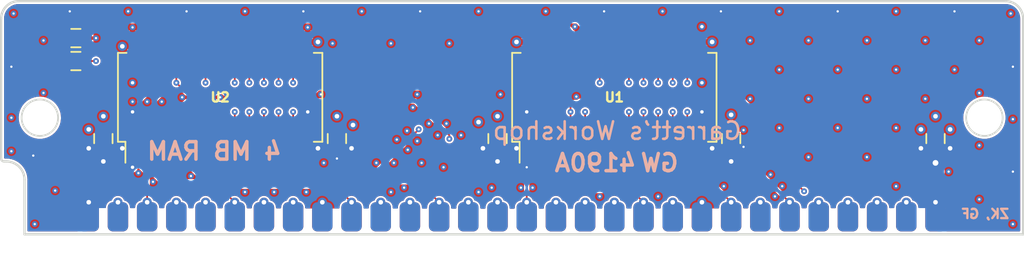
<source format=kicad_pcb>
(kicad_pcb (version 20211014) (generator pcbnew)
  (title_block (title "GW4190A") (date "2021-06-19") (rev "2.0-SOP") (company "Garrett's Workshop"))
  (layers (0 "F.Cu" signal) (1 "In1.Cu" power) (2 "In2.Cu" signal) (31 "B.Cu" power) (34 "B.Paste" user) (35 "F.Paste" user) (36 "B.SilkS" user "B.Silkscreen") (37 "F.SilkS" user "F.Silkscreen") (38 "B.Mask" user) (39 "F.Mask" user) (44 "Edge.Cuts" user))
  (net 0 "")
  (net 1 "+5V")
  (net 2 "/D0")
  (net 3 "/D1")
  (net 4 "/~{WE}")
  (net 5 "/~{RAS}")
  (net 6 "/~{CAS}")
  (net 7 "/D2")
  (net 8 "/D3")
  (net 9 "GND")
  (net 10 "/D4")
  (net 11 "/D5")
  (net 12 "/D6")
  (net 13 "/A11")
  (net 14 "/D7")
  (net 15 "/QP")
  (net 16 "/~{CASP}")
  (net 17 "/DP")
  (net 18 "/1A0")
  (net 19 "/1A1")
  (net 20 "/1A2")
  (net 21 "/1A3")
  (net 22 "/1A4")
  (net 23 "/1A5")
  (net 24 "/1A6")
  (net 25 "/1A7")
  (net 26 "/1A8")
  (net 27 "/1A10")
  (net 28 "/1A9")
  (net 29 "/~{OE}")
  (footprint "stdpads:C_0805" (layer "F.Cu") (at 85.09 93.257 90)
    (fp_text reference "C1")
    (fp_text value "2u2")
    (pad "1" smd roundrect locked (at -0.85 0 90) (size 1.05 1.4) (layers "F.Cu" "F.Paste" "F.Mask") (net 1 "+5V"))
    (pad "2" smd roundrect locked (at 0.85 0 90) (size 1.05 1.4) (layers "F.Cu" "F.Paste" "F.Mask") (net 9 "GND"))
  )
  (footprint "stdpads:C_0805" (layer "F.Cu") (at 105.41 93.257 90)
    (fp_text reference "C2")
    (fp_text value "2u2")
    (pad "1" smd roundrect locked (at -0.85 0 90) (size 1.05 1.4) (layers "F.Cu" "F.Paste" "F.Mask") (net 1 "+5V"))
    (pad "2" smd roundrect locked (at 0.85 0 90) (size 1.05 1.4) (layers "F.Cu" "F.Paste" "F.Mask") (net 9 "GND"))
  )
  (footprint "stdpads:C_0805" (layer "F.Cu") (at 119.38 93.257 90)
    (fp_text reference "C3")
    (fp_text value "2u2")
    (pad "1" smd roundrect locked (at -0.85 0 90) (size 1.05 1.4) (layers "F.Cu" "F.Paste" "F.Mask") (net 1 "+5V"))
    (pad "2" smd roundrect locked (at 0.85 0 90) (size 1.05 1.4) (layers "F.Cu" "F.Paste" "F.Mask") (net 9 "GND"))
  )
  (footprint "stdpads:C_0805" (layer "F.Cu") (at 139.7 93.257 90)
    (fp_text reference "C4")
    (fp_text value "2u2")
    (pad "1" smd roundrect locked (at -0.85 0 90) (size 1.05 1.4) (layers "F.Cu" "F.Paste" "F.Mask") (net 1 "+5V"))
    (pad "2" smd roundrect locked (at 0.85 0 90) (size 1.05 1.4) (layers "F.Cu" "F.Paste" "F.Mask") (net 9 "GND"))
  )
  (footprint "stdpads:C_0805" (layer "F.Cu") (at 157.48 93.257 90)
    (fp_text reference "C5")
    (fp_text value "2u2")
    (pad "1" smd roundrect locked (at -0.85 0 90) (size 1.05 1.4) (layers "F.Cu" "F.Paste" "F.Mask") (net 1 "+5V"))
    (pad "2" smd roundrect locked (at 0.85 0 90) (size 1.05 1.4) (layers "F.Cu" "F.Paste" "F.Mask") (net 9 "GND"))
  )
  (footprint "stdpads:SIMM-30_Edge" (layer "F.Cu") (at 120.65 99.822)
    (fp_text reference "J1")
    (fp_text value "DRAM-SIMM-30")
    (pad "1" smd roundrect locked (at -36.83 0.254) (size 1.778 2.54) (layers "F.Cu" "F.Mask") (net 1 "+5V"))
    (pad "1" smd roundrect locked (at -36.83 0.254) (size 1.778 2.54) (layers "B.Cu" "B.Mask") (net 1 "+5V"))
    (pad "1" thru_hole circle locked (at -36.83 -1.016) (size 0.8 0.8) (drill 0.4) (layers *.Cu *.Mask) (net 1 "+5V"))
    (pad "2" smd roundrect locked (at -34.29 0.254) (size 1.778 2.54) (layers "B.Cu" "B.Mask") (net 6 "/~{CAS}"))
    (pad "2" smd roundrect locked (at -34.29 0.254) (size 1.778 2.54) (layers "F.Cu" "F.Mask") (net 6 "/~{CAS}"))
    (pad "2" thru_hole circle locked (at -34.29 -1.016) (size 0.8 0.8) (drill 0.4) (layers *.Cu *.Mask) (net 6 "/~{CAS}"))
    (pad "3" smd roundrect locked (at -31.75 0.254) (size 1.778 2.54) (layers "F.Cu" "F.Mask") (net 2 "/D0"))
    (pad "3" thru_hole circle locked (at -31.75 -1.016) (size 0.8 0.8) (drill 0.4) (layers *.Cu *.Mask) (net 2 "/D0"))
    (pad "3" smd roundrect locked (at -31.75 0.254) (size 1.778 2.54) (layers "B.Cu" "B.Mask") (net 2 "/D0"))
    (pad "4" thru_hole circle locked (at -29.21 -1.016) (size 0.8 0.8) (drill 0.4) (layers *.Cu *.Mask) (net 22 "/1A4"))
    (pad "4" smd roundrect locked (at -29.21 0.254) (size 1.778 2.54) (layers "B.Cu" "B.Mask") (net 22 "/1A4"))
    (pad "4" smd roundrect locked (at -29.21 0.254) (size 1.778 2.54) (layers "F.Cu" "F.Mask") (net 22 "/1A4"))
    (pad "5" smd roundrect locked (at -26.67 0.254) (size 1.778 2.54) (layers "B.Cu" "B.Mask") (net 21 "/1A3"))
    (pad "5" thru_hole circle locked (at -26.67 -1.016) (size 0.8 0.8) (drill 0.4) (layers *.Cu *.Mask) (net 21 "/1A3"))
    (pad "5" smd roundrect locked (at -26.67 0.254) (size 1.778 2.54) (layers "F.Cu" "F.Mask") (net 21 "/1A3"))
    (pad "6" thru_hole circle locked (at -24.13 -1.016) (size 0.8 0.8) (drill 0.4) (layers *.Cu *.Mask) (net 3 "/D1"))
    (pad "6" smd roundrect locked (at -24.13 0.254) (size 1.778 2.54) (layers "F.Cu" "F.Mask") (net 3 "/D1"))
    (pad "6" smd roundrect locked (at -24.13 0.254) (size 1.778 2.54) (layers "B.Cu" "B.Mask") (net 3 "/D1"))
    (pad "7" smd roundrect locked (at -21.59 0.254) (size 1.778 2.54) (layers "F.Cu" "F.Mask") (net 23 "/1A5"))
    (pad "7" thru_hole circle locked (at -21.59 -1.016) (size 0.8 0.8) (drill 0.4) (layers *.Cu *.Mask) (net 23 "/1A5"))
    (pad "7" smd roundrect locked (at -21.59 0.254) (size 1.778 2.54) (layers "B.Cu" "B.Mask") (net 23 "/1A5"))
    (pad "8" smd roundrect locked (at -19.05 0.254) (size 1.778 2.54) (layers "B.Cu" "B.Mask") (net 20 "/1A2"))
    (pad "8" thru_hole circle locked (at -19.05 -1.016) (size 0.8 0.8) (drill 0.4) (layers *.Cu *.Mask) (net 20 "/1A2"))
    (pad "8" smd roundrect locked (at -19.05 0.254) (size 1.778 2.54) (layers "F.Cu" "F.Mask") (net 20 "/1A2"))
    (pad "9" smd roundrect locked (at -16.51 0.254) (size 1.778 2.54) (layers "B.Cu" "B.Mask") (net 9 "GND"))
    (pad "9" smd roundrect locked (at -16.51 0.254) (size 1.778 2.54) (layers "F.Cu" "F.Mask") (net 9 "GND"))
    (pad "9" thru_hole circle locked (at -16.51 -1.016) (size 0.8 0.8) (drill 0.4) (layers *.Cu *.Mask) (net 9 "GND"))
    (pad "10" smd roundrect locked (at -13.97 0.254) (size 1.778 2.54) (layers "B.Cu" "B.Mask") (net 7 "/D2"))
    (pad "10" smd roundrect locked (at -13.97 0.254) (size 1.778 2.54) (layers "F.Cu" "F.Mask") (net 7 "/D2"))
    (pad "10" thru_hole circle locked (at -13.97 -1.016) (size 0.8 0.8) (drill 0.4) (layers *.Cu *.Mask) (net 7 "/D2"))
    (pad "11" smd roundrect locked (at -11.43 0.254) (size 1.778 2.54) (layers "F.Cu" "F.Mask") (net 24 "/1A6"))
    (pad "11" smd roundrect locked (at -11.43 0.254) (size 1.778 2.54) (layers "B.Cu" "B.Mask") (net 24 "/1A6"))
    (pad "11" thru_hole circle locked (at -11.43 -1.016) (size 0.8 0.8) (drill 0.4) (layers *.Cu *.Mask) (net 24 "/1A6"))
    (pad "12" thru_hole circle locked (at -8.89 -1.016) (size 0.8 0.8) (drill 0.4) (layers *.Cu *.Mask) (net 19 "/1A1"))
    (pad "12" smd roundrect locked (at -8.89 0.254) (size 1.778 2.54) (layers "B.Cu" "B.Mask") (net 19 "/1A1"))
    (pad "12" smd roundrect locked (at -8.89 0.254) (size 1.778 2.54) (layers "F.Cu" "F.Mask") (net 19 "/1A1"))
    (pad "13" thru_hole circle locked (at -6.35 -1.016) (size 0.8 0.8) (drill 0.4) (layers *.Cu *.Mask) (net 8 "/D3"))
    (pad "13" smd roundrect locked (at -6.35 0.254) (size 1.778 2.54) (layers "F.Cu" "F.Mask") (net 8 "/D3"))
    (pad "13" smd roundrect locked (at -6.35 0.254) (size 1.778 2.54) (layers "B.Cu" "B.Mask") (net 8 "/D3"))
    (pad "14" smd roundrect locked (at -3.81 0.254) (size 1.778 2.54) (layers "B.Cu" "B.Mask") (net 25 "/1A7"))
    (pad "14" thru_hole circle locked (at -3.81 -1.016) (size 0.8 0.8) (drill 0.4) (layers *.Cu *.Mask) (net 25 "/1A7"))
    (pad "14" smd roundrect locked (at -3.81 0.254) (size 1.778 2.54) (layers "F.Cu" "F.Mask") (net 25 "/1A7"))
    (pad "15" smd roundrect locked (at -1.27 0.254) (size 1.778 2.54) (layers "B.Cu" "B.Mask") (net 18 "/1A0"))
    (pad "15" thru_hole circle locked (at -1.27 -1.016) (size 0.8 0.8) (drill 0.4) (layers *.Cu *.Mask) (net 18 "/1A0"))
    (pad "15" smd roundrect locked (at -1.27 0.254) (size 1.778 2.54) (layers "F.Cu" "F.Mask") (net 18 "/1A0"))
    (pad "16" thru_hole circle locked (at 1.27 -1.016) (size 0.8 0.8) (drill 0.4) (layers *.Cu *.Mask) (net 10 "/D4"))
    (pad "16" smd roundrect locked (at 1.27 0.254) (size 1.778 2.54) (layers "F.Cu" "F.Mask") (net 10 "/D4"))
    (pad "16" smd roundrect locked (at 1.27 0.254) (size 1.778 2.54) (layers "B.Cu" "B.Mask") (net 10 "/D4"))
    (pad "17" smd roundrect locked (at 3.81 0.254) (size 1.778 2.54) (layers "B.Cu" "B.Mask") (net 26 "/1A8"))
    (pad "17" thru_hole circle locked (at 3.81 -1.016) (size 0.8 0.8) (drill 0.4) (layers *.Cu *.Mask) (net 26 "/1A8"))
    (pad "17" smd roundrect locked (at 3.81 0.254) (size 1.778 2.54) (layers "F.Cu" "F.Mask") (net 26 "/1A8"))
    (pad "18" smd roundrect locked (at 6.35 0.254) (size 1.778 2.54) (layers "F.Cu" "F.Mask") (net 27 "/1A10"))
    (pad "18" thru_hole circle locked (at 6.35 -1.016) (size 0.8 0.8) (drill 0.4) (layers *.Cu *.Mask) (net 27 "/1A10"))
    (pad "18" smd roundrect locked (at 6.35 0.254) (size 1.778 2.54) (layers "B.Cu" "B.Mask") (net 27 "/1A10"))
    (pad "19" smd roundrect locked (at 8.89 0.254) (size 1.778 2.54) (layers "F.Cu" "F.Mask") (net 28 "/1A9"))
    (pad "19" thru_hole circle locked (at 8.89 -1.016) (size 0.8 0.8) (drill 0.4) (layers *.Cu *.Mask) (net 28 "/1A9"))
    (pad "19" smd roundrect locked (at 8.89 0.254) (size 1.778 2.54) (layers "B.Cu" "B.Mask") (net 28 "/1A9"))
    (pad "20" smd roundrect locked (at 11.43 0.254) (size 1.778 2.54) (layers "B.Cu" "B.Mask") (net 11 "/D5"))
    (pad "20" smd roundrect locked (at 11.43 0.254) (size 1.778 2.54) (layers "F.Cu" "F.Mask") (net 11 "/D5"))
    (pad "20" thru_hole circle locked (at 11.43 -1.016) (size 0.8 0.8) (drill 0.4) (layers *.Cu *.Mask) (net 11 "/D5"))
    (pad "21" smd roundrect locked (at 13.97 0.254) (size 1.778 2.54) (layers "F.Cu" "F.Mask") (net 4 "/~{WE}"))
    (pad "21" thru_hole circle locked (at 13.97 -1.016) (size 0.8 0.8) (drill 0.4) (layers *.Cu *.Mask) (net 4 "/~{WE}"))
    (pad "21" smd roundrect locked (at 13.97 0.254) (size 1.778 2.54) (layers "B.Cu" "B.Mask") (net 4 "/~{WE}"))
    (pad "22" smd roundrect locked (at 16.51 0.254) (size 1.778 2.54) (layers "F.Cu" "F.Mask") (net 9 "GND"))
    (pad "22" thru_hole circle locked (at 16.51 -1.016) (size 0.8 0.8) (drill 0.4) (layers *.Cu *.Mask) (net 9 "GND"))
    (pad "22" smd roundrect locked (at 16.51 0.254) (size 1.778 2.54) (layers "B.Cu" "B.Mask") (net 9 "GND"))
    (pad "23" smd roundrect locked (at 19.05 0.254) (size 1.778 2.54) (layers "F.Cu" "F.Mask") (net 12 "/D6"))
    (pad "23" smd roundrect locked (at 19.05 0.254) (size 1.778 2.54) (layers "B.Cu" "B.Mask") (net 12 "/D6"))
    (pad "23" thru_hole circle locked (at 19.05 -1.016) (size 0.8 0.8) (drill 0.4) (layers *.Cu *.Mask) (net 12 "/D6"))
    (pad "24" thru_hole circle locked (at 21.59 -1.016) (size 0.8 0.8) (drill 0.4) (layers *.Cu *.Mask) (net 13 "/A11"))
    (pad "24" smd roundrect locked (at 21.59 0.254) (size 1.778 2.54) (layers "B.Cu" "B.Mask") (net 13 "/A11"))
    (pad "24" smd roundrect locked (at 21.59 0.254) (size 1.778 2.54) (layers "F.Cu" "F.Mask") (net 13 "/A11"))
    (pad "25" smd roundrect locked (at 24.13 0.254) (size 1.778 2.54) (layers "F.Cu" "F.Mask") (net 14 "/D7"))
    (pad "25" thru_hole circle locked (at 24.13 -1.016) (size 0.8 0.8) (drill 0.4) (layers *.Cu *.Mask) (net 14 "/D7"))
    (pad "25" smd roundrect locked (at 24.13 0.254) (size 1.778 2.54) (layers "B.Cu" "B.Mask") (net 14 "/D7"))
    (pad "26" thru_hole circle locked (at 26.67 -1.016) (size 0.8 0.8) (drill 0.4) (layers *.Cu *.Mask) (net 15 "/QP"))
    (pad "26" smd roundrect locked (at 26.67 0.254) (size 1.778 2.54) (layers "B.Cu" "B.Mask") (net 15 "/QP"))
    (pad "26" smd roundrect locked (at 26.67 0.254) (size 1.778 2.54) (layers "F.Cu" "F.Mask") (net 15 "/QP"))
    (pad "27" smd roundrect locked (at 29.21 0.254) (size 1.778 2.54) (layers "B.Cu" "B.Mask") (net 5 "/~{RAS}"))
    (pad "27" thru_hole circle locked (at 29.21 -1.016) (size 0.8 0.8) (drill 0.4) (layers *.Cu *.Mask) (net 5 "/~{RAS}"))
    (pad "27" smd roundrect locked (at 29.21 0.254) (size 1.778 2.54) (layers "F.Cu" "F.Mask") (net 5 "/~{RAS}"))
    (pad "28" smd roundrect locked (at 31.75 0.254) (size 1.778 2.54) (layers "F.Cu" "F.Mask") (net 16 "/~{CASP}"))
    (pad "28" thru_hole circle locked (at 31.75 -1.016) (size 0.8 0.8) (drill 0.4) (layers *.Cu *.Mask) (net 16 "/~{CASP}"))
    (pad "28" smd roundrect locked (at 31.75 0.254) (size 1.778 2.54) (layers "B.Cu" "B.Mask") (net 16 "/~{CASP}"))
    (pad "29" thru_hole circle locked (at 34.29 -1.016) (size 0.8 0.8) (drill 0.4) (layers *.Cu *.Mask) (net 17 "/DP"))
    (pad "29" smd roundrect locked (at 34.29 0.254) (size 1.778 2.54) (layers "F.Cu" "F.Mask") (net 17 "/DP"))
    (pad "29" smd roundrect locked (at 34.29 0.254) (size 1.778 2.54) (layers "B.Cu" "B.Mask") (net 17 "/DP"))
    (pad "30" thru_hole circle locked (at 36.83 -1.016) (size 0.8 0.8) (drill 0.4) (layers *.Cu *.Mask) (net 1 "+5V"))
    (pad "30" smd roundrect locked (at 36.83 0.254) (size 1.778 2.54) (layers "F.Cu" "F.Mask") (net 1 "+5V"))
    (pad "30" smd roundrect locked (at 36.83 0.254) (size 1.778 2.54) (layers "B.Cu" "B.Mask") (net 1 "+5V"))
  )
  (footprint "stdpads:R_0805" (layer "F.Cu") (at 82.7 86.5 180)
    (fp_text reference "R1")
    (fp_text value "EDO")
    (pad "1" smd roundrect locked (at -0.95 0 180) (size 0.85 1.4) (layers "F.Cu" "F.Paste" "F.Mask") (net 6 "/~{CAS}"))
    (pad "2" smd roundrect locked (at 0.95 0 180) (size 0.85 1.4) (layers "F.Cu" "F.Paste" "F.Mask") (net 29 "/~{OE}"))
  )
  (footprint "stdpads:R_0805" (layer "F.Cu") (at 82.7 84.5)
    (fp_text reference "R2")
    (fp_text value "FPM")
    (pad "1" smd roundrect locked (at -0.95 0) (size 0.85 1.4) (layers "F.Cu" "F.Paste" "F.Mask") (net 29 "/~{OE}"))
    (pad "2" smd roundrect locked (at 0.95 0) (size 0.85 1.4) (layers "F.Cu" "F.Paste" "F.Mask") (net 9 "GND"))
  )
  (footprint "stdpads:SOP-24-26_300mil" (layer "F.Cu") (at 129.54 89.662 90)
    (fp_text reference "U1")
    (fp_text value "4C4M4")
    (fp_text user "${REFERENCE}" (at 0 0) (layer "F.SilkS") (effects (font (size 0.8128 0.8128) (thickness 0.2032))))
    (pad "1" smd roundrect locked (at -4.699 -7.62 90) (size 2.032 0.6) (layers "F.Cu" "F.Paste" "F.Mask") (net 1 "+5V"))
    (pad "2" smd roundrect locked (at -4.699 -6.35 90) (size 2.032 0.6) (layers "F.Cu" "F.Paste" "F.Mask") (net 11 "/D5"))
    (pad "3" smd roundrect locked (at -4.699 -5.08 90) (size 2.032 0.6) (layers "F.Cu" "F.Paste" "F.Mask") (net 14 "/D7"))
    (pad "4" smd roundrect locked (at -4.699 -3.81 90) (size 2.032 0.6) (layers "F.Cu" "F.Paste" "F.Mask") (net 4 "/~{WE}"))
    (pad "5" smd roundrect locked (at -4.699 -2.54 90) (size 2.032 0.6) (layers "F.Cu" "F.Paste" "F.Mask") (net 5 "/~{RAS}"))
    (pad "6" smd roundrect locked (at -4.699 -1.27 90) (size 2.032 0.6) (layers "F.Cu" "F.Paste" "F.Mask"))
    (pad "8" smd roundrect locked (at -4.699 1.27 90) (size 2.032 0.6) (layers "F.Cu" "F.Paste" "F.Mask") (net 27 "/1A10"))
    (pad "9" smd roundrect locked (at -4.699 2.54 90) (size 2.032 0.6) (layers "F.Cu" "F.Paste" "F.Mask") (net 18 "/1A0"))
    (pad "10" smd roundrect locked (at -4.699 3.81 90) (size 2.032 0.6) (layers "F.Cu" "F.Paste" "F.Mask") (net 19 "/1A1"))
    (pad "11" smd roundrect locked (at -4.699 5.08 90) (size 2.032 0.6) (layers "F.Cu" "F.Paste" "F.Mask") (net 20 "/1A2"))
    (pad "12" smd roundrect locked (at -4.699 6.35 90) (size 2.032 0.6) (layers "F.Cu" "F.Paste" "F.Mask") (net 21 "/1A3"))
    (pad "13" smd roundrect locked (at -4.699 7.62 90) (size 2.032 0.6) (layers "F.Cu" "F.Paste" "F.Mask") (net 1 "+5V"))
    (pad "14" smd roundrect locked (at 4.699 7.62 90) (size 2.032 0.6) (layers "F.Cu" "F.Paste" "F.Mask") (net 9 "GND"))
    (pad "15" smd roundrect locked (at 4.699 6.35 90) (size 2.032 0.6) (layers "F.Cu" "F.Paste" "F.Mask") (net 22 "/1A4"))
    (pad "16" smd roundrect locked (at 4.699 5.08 90) (size 2.032 0.6) (layers "F.Cu" "F.Paste" "F.Mask") (net 23 "/1A5"))
    (pad "17" smd roundrect locked (at 4.699 3.81 90) (size 2.032 0.6) (layers "F.Cu" "F.Paste" "F.Mask") (net 24 "/1A6"))
    (pad "18" smd roundrect locked (at 4.699 2.54 90) (size 2.032 0.6) (layers "F.Cu" "F.Paste" "F.Mask") (net 25 "/1A7"))
    (pad "19" smd roundrect locked (at 4.699 1.27 90) (size 2.032 0.6) (layers "F.Cu" "F.Paste" "F.Mask") (net 26 "/1A8"))
    (pad "21" smd roundrect locked (at 4.699 -1.27 90) (size 2.032 0.6) (layers "F.Cu" "F.Paste" "F.Mask") (net 28 "/1A9"))
    (pad "22" smd roundrect locked (at 4.699 -2.54 90) (size 2.032 0.6) (layers "F.Cu" "F.Paste" "F.Mask") (net 29 "/~{OE}"))
    (pad "23" smd roundrect locked (at 4.699 -3.81 90) (size 2.032 0.6) (layers "F.Cu" "F.Paste" "F.Mask") (net 6 "/~{CAS}"))
    (pad "24" smd roundrect locked (at 4.699 -5.08 90) (size 2.032 0.6) (layers "F.Cu" "F.Paste" "F.Mask") (net 12 "/D6"))
    (pad "25" smd roundrect locked (at 4.699 -6.35 90) (size 2.032 0.6) (layers "F.Cu" "F.Paste" "F.Mask") (net 10 "/D4"))
    (pad "26" smd roundrect locked (at 4.699 -7.62 90) (size 2.032 0.6) (layers "F.Cu" "F.Paste" "F.Mask") (net 9 "GND"))
  )
  (footprint "stdpads:SOP-24-26_300mil" (layer "F.Cu") (at 95.25 89.662 90)
    (fp_text reference "U2")
    (fp_text value "4C4M4")
    (fp_text user "${REFERENCE}" (at 0 0) (layer "F.SilkS") (effects (font (size 0.8128 0.8128) (thickness 0.2032))))
    (pad "1" smd roundrect locked (at -4.699 -7.62 90) (size 2.032 0.6) (layers "F.Cu" "F.Paste" "F.Mask") (net 1 "+5V"))
    (pad "2" smd roundrect locked (at -4.699 -6.35 90) (size 2.032 0.6) (layers "F.Cu" "F.Paste" "F.Mask") (net 3 "/D1"))
    (pad "3" smd roundrect locked (at -4.699 -5.08 90) (size 2.032 0.6) (layers "F.Cu" "F.Paste" "F.Mask") (net 8 "/D3"))
    (pad "4" smd roundrect locked (at -4.699 -3.81 90) (size 2.032 0.6) (layers "F.Cu" "F.Paste" "F.Mask") (net 4 "/~{WE}"))
    (pad "5" smd roundrect locked (at -4.699 -2.54 90) (size 2.032 0.6) (layers "F.Cu" "F.Paste" "F.Mask") (net 5 "/~{RAS}"))
    (pad "6" smd roundrect locked (at -4.699 -1.27 90) (size 2.032 0.6) (layers "F.Cu" "F.Paste" "F.Mask"))
    (pad "8" smd roundrect locked (at -4.699 1.27 90) (size 2.032 0.6) (layers "F.Cu" "F.Paste" "F.Mask") (net 21 "/1A3"))
    (pad "9" smd roundrect locked (at -4.699 2.54 90) (size 2.032 0.6) (layers "F.Cu" "F.Paste" "F.Mask") (net 20 "/1A2"))
    (pad "10" smd roundrect locked (at -4.699 3.81 90) (size 2.032 0.6) (layers "F.Cu" "F.Paste" "F.Mask") (net 19 "/1A1"))
    (pad "11" smd roundrect locked (at -4.699 5.08 90) (size 2.032 0.6) (layers "F.Cu" "F.Paste" "F.Mask") (net 18 "/1A0"))
    (pad "12" smd roundrect locked (at -4.699 6.35 90) (size 2.032 0.6) (layers "F.Cu" "F.Paste" "F.Mask") (net 27 "/1A10"))
    (pad "13" smd roundrect locked (at -4.699 7.62 90) (size 2.032 0.6) (layers "F.Cu" "F.Paste" "F.Mask") (net 1 "+5V"))
    (pad "14" smd roundrect locked (at 4.699 7.62 90) (size 2.032 0.6) (layers "F.Cu" "F.Paste" "F.Mask") (net 9 "GND"))
    (pad "15" smd roundrect locked (at 4.699 6.35 90) (size 2.032 0.6) (layers "F.Cu" "F.Paste" "F.Mask") (net 28 "/1A9"))
    (pad "16" smd roundrect locked (at 4.699 5.08 90) (size 2.032 0.6) (layers "F.Cu" "F.Paste" "F.Mask") (net 26 "/1A8"))
    (pad "17" smd roundrect locked (at 4.699 3.81 90) (size 2.032 0.6) (layers "F.Cu" "F.Paste" "F.Mask") (net 25 "/1A7"))
    (pad "18" smd roundrect locked (at 4.699 2.54 90) (size 2.032 0.6) (layers "F.Cu" "F.Paste" "F.Mask") (net 24 "/1A6"))
    (pad "19" smd roundrect locked (at 4.699 1.27 90) (size 2.032 0.6) (layers "F.Cu" "F.Paste" "F.Mask") (net 23 "/1A5"))
    (pad "21" smd roundrect locked (at 4.699 -1.27 90) (size 2.032 0.6) (layers "F.Cu" "F.Paste" "F.Mask") (net 22 "/1A4"))
    (pad "22" smd roundrect locked (at 4.699 -2.54 90) (size 2.032 0.6) (layers "F.Cu" "F.Paste" "F.Mask") (net 29 "/~{OE}"))
    (pad "23" smd roundrect locked (at 4.699 -3.81 90) (size 2.032 0.6) (layers "F.Cu" "F.Paste" "F.Mask") (net 6 "/~{CAS}"))
    (pad "24" smd roundrect locked (at 4.699 -5.08 90) (size 2.032 0.6) (layers "F.Cu" "F.Paste" "F.Mask") (net 7 "/D2"))
    (pad "25" smd roundrect locked (at 4.699 -6.35 90) (size 2.032 0.6) (layers "F.Cu" "F.Paste" "F.Mask") (net 2 "/D0"))
    (pad "26" smd roundrect locked (at 4.699 -7.62 90) (size 2.032 0.6) (layers "F.Cu" "F.Paste" "F.Mask") (net 9 "GND"))
  )
  (gr_circle (center 79.5655 91.44) (end 77.978 91.44) (layer "Edge.Cuts") (width 0.15) (fill none))
  (gr_circle (center 161.7345 91.44) (end 163.322 91.44) (layer "Edge.Cuts") (width 0.15) (fill none))
  (gr_arc (start 163.576 81.28) (mid 164.653631 81.726369) (end 165.1 82.804) (layer "Edge.Cuts") (width 0.2))
  (gr_arc (start 76.2 82.804) (mid 76.646369 81.726369) (end 77.724 81.28) (layer "Edge.Cuts") (width 0.2))
  (gr_arc (start 76.454 95.25) (mid 76.274395 95.175605) (end 76.2 94.996) (layer "Edge.Cuts") (width 0.2))
  (gr_line (start 76.6445 95.25) (end 76.454 95.25) (layer "Edge.Cuts") (width 0.2))
  (gr_line (start 78.232 101.6) (end 78.232 96.8375) (layer "Edge.Cuts") (width 0.2))
  (gr_line (start 76.2 94.996) (end 76.2 82.804) (layer "Edge.Cuts") (width 0.2))
  (gr_arc (start 76.6445 95.25) (mid 77.767032 95.714968) (end 78.232 96.8375) (layer "Edge.Cuts") (width 0.2))
  (gr_line (start 165.1 82.804) (end 165.1 101.6) (layer "Edge.Cuts") (width 0.2))
  (gr_line (start 77.724 81.28) (end 163.576 81.28) (layer "Edge.Cuts") (width 0.2))
  (gr_line (start 165.1 101.6) (end 78.232 101.6) (layer "Edge.Cuts") (width 0.2))
  (gr_text "Garrett’s Workshop" (at 129.794 92.583) (layer "B.SilkS") (effects (font (size 1.524 1.524) (thickness 0.225)) (justify mirror)))
  (gr_text "GW" (at 133.477 95.377) (layer "B.SilkS") (effects (font (size 1.5 1.5) (thickness 0.3)) (justify mirror)))
  (gr_text "4 MB RAM" (at 94.742 94.361) (layer "B.SilkS") (effects (font (size 1.524 1.524) (thickness 0.3)) (justify mirror)))
  (gr_text "4190A" (at 127.889 95.377) (layer "B.SilkS") (effects (font (size 1.5 1.5) (thickness 0.3)) (justify mirror)))
  (gr_text "ZK, GF" (at 161.798 99.822) (layer "B.SilkS") (effects (font (size 0.8128 0.8128) (thickness 0.2032)) (justify mirror)))
  (segment (start 121.031 94.107) (end 121.915 94.107) (width 0.508) (layer "F.Cu") (net 1))
  (segment (start 137.165 94.107) (end 137.16 94.112) (width 0.508) (layer "F.Cu") (net 1))
  (segment (start 138.049 94.107) (end 137.165 94.107) (width 0.508) (layer "F.Cu") (net 1))
  (segment (start 121.915 94.107) (end 121.92 94.112) (width 0.508) (layer "F.Cu") (net 1))
  (segment (start 105.41 94.107) (end 103.759 94.107) (width 0.762) (layer "F.Cu") (net 1))
  (segment (start 157.48 98.806) (end 157.48 95.377) (width 1.27) (layer "F.Cu") (net 1))
  (segment (start 137.16 94.112) (end 137.16 90.932) (width 0.6) (layer "F.Cu") (net 1))
  (segment (start 87.625 94.107) (end 87.63 94.112) (width 0.508) (layer "F.Cu") (net 1))
  (segment (start 87.63 94.112) (end 87.63 90.932) (width 0.6) (layer "F.Cu") (net 1))
  (segment (start 139.7 94.107) (end 139.7 95.25) (width 0.762) (layer "F.Cu") (net 1))
  (segment (start 157.48 94.107) (end 156.21 94.107) (width 0.8) (layer "F.Cu") (net 1))
  (segment (start 102.87 94.112) (end 102.87 90.932) (width 0.6) (layer "F.Cu") (net 1))
  (segment (start 139.7 94.107) (end 138.049 94.107) (width 0.762) (layer "F.Cu") (net 1))
  (segment (start 102.875 94.107) (end 102.87 94.112) (width 0.508) (layer "F.Cu") (net 1))
  (segment (start 86.741 94.107) (end 87.625 94.107) (width 0.508) (layer "F.Cu") (net 1))
  (segment (start 105.41 94.107) (end 106.68 94.107) (width 0.762) (layer "F.Cu") (net 1))
  (segment (start 139.7 94.107) (end 140.6525 94.107) (width 0.508) (layer "F.Cu") (net 1))
  (segment (start 105.41 94.107) (end 105.41 94.996) (width 0.508) (layer "F.Cu") (net 1))
  (segment (start 140.6525 94.107) (end 140.7795 93.98) (width 0.508) (layer "F.Cu") (net 1))
  (segment (start 103.759 94.107) (end 102.875 94.107) (width 0.508) (layer "F.Cu") (net 1))
  (segment (start 119.38 94.107) (end 121.031 94.107) (width 0.762) (layer "F.Cu") (net 1))
  (segment (start 85.09 94.107) (end 86.741 94.107) (width 0.762) (layer "F.Cu") (net 1))
  (segment (start 85.09 94.107) (end 83.82 94.107) (width 0.762) (layer "F.Cu") (net 1))
  (segment (start 119.38 94.107) (end 118.11 94.107) (width 0.762) (layer "F.Cu") (net 1))
  (segment (start 85.09 94.107) (end 85.09 95.25) (width 0.762) (layer "F.Cu") (net 1))
  (segment (start 87.63 94.112) (end 87.63 95.758) (width 0.6) (layer "F.Cu") (net 1))
  (segment (start 157.48 95.377) (end 157.48 94.107) (width 0.762) (layer "F.Cu") (net 1))
  (segment (start 157.48 94.107) (end 158.75 94.107) (width 0.8) (layer "F.Cu") (net 1))
  (segment (start 119.38 94.107) (end 119.38 95.25) (width 0.762) (layer "F.Cu") (net 1))
  (segment (start 121.92 94.112) (end 121.92 95.758) (width 0.508) (layer "F.Cu") (net 1))
  (segment (start 121.92 94.112) (end 121.92 90.932) (width 0.6) (layer "F.Cu") (net 1))
  (via (at 138.049 94.107) (size 0.8) (drill 0.4) (layers "F.Cu" "B.Cu") (net 1))
  (via (at 121.031 94.107) (size 0.8) (drill 0.4) (layers "F.Cu" "B.Cu") (net 1))
  (via (at 77.089 86.995) (size 0.508) (drill 0.2) (layers "F.Cu" "B.Cu") (net 1))
  (via (at 164.211 86.995) (size 0.508) (drill 0.2) (layers "F.Cu" "B.Cu") (net 1))
  (via (at 164.211 96.139) (size 0.508) (drill 0.2) (layers "F.Cu" "B.Cu") (net 1))
  (via (at 78.994 94.742) (size 0.508) (drill 0.2) (layers "F.Cu" "B.Cu") (net 1))
  (via (at 159.131 82.169) (size 0.508) (drill 0.2) (layers "F.Cu" "B.Cu") (net 1))
  (via (at 148.971 82.169) (size 0.508) (drill 0.2) (layers "F.Cu" "B.Cu") (net 1))
  (via (at 92.329 82.169) (size 0.508) (drill 0.2) (layers "F.Cu" "B.Cu") (net 1))
  (via (at 102.489 82.169) (size 0.508) (drill 0.2) (layers "F.Cu" "B.Cu") (net 1))
  (via (at 138.811 82.169) (size 0.508) (drill 0.2) (layers "F.Cu" "B.Cu") (net 1))
  (via (at 82.169 82.169) (size 0.508) (drill 0.2) (layers "F.Cu" "B.Cu") (net 1))
  (via (at 112.649 82.169) (size 0.508) (drill 0.2) (layers "F.Cu" "B.Cu") (net 1))
  (via (at 128.651 82.169) (size 0.508) (drill 0.2) (layers "F.Cu" "B.Cu") (net 1))
  (via (at 157.48 95.377) (size 1) (drill 0.5) (layers "F.Cu" "B.Cu") (net 1))
  (via (at 106.68 94.107) (size 0.8) (drill 0.4) (layers "F.Cu" "B.Cu") (net 1))
  (via (at 137.16 90.932) (size 0.6) (drill 0.3) (layers "F.Cu" "B.Cu") (net 1))
  (via (at 118.11 94.107) (size 0.8) (drill 0.4) (layers "F.Cu" "B.Cu") (net 1))
  (via (at 86.741 94.107) (size 0.8) (drill 0.4) (layers "F.Cu" "B.Cu") (net 1))
  (via (at 156.21 94.107) (size 0.8) (drill 0.4) (layers "F.Cu" "B.Cu") (net 1))
  (via (at 121.92 90.932) (size 0.6) (drill 0.3) (layers "F.Cu" "B.Cu") (net 1))
  (via (at 121.92 95.758) (size 0.508) (drill 0.2) (layers "F.Cu" "B.Cu") (net 1))
  (via (at 105.41 94.996) (size 0.508) (drill 0.2) (layers "F.Cu" "B.Cu") (net 1))
  (via (at 140.7795 93.98) (size 0.508) (drill 0.2) (layers "F.Cu" "B.Cu") (net 1))
  (via (at 83.82 94.107) (size 0.8) (drill 0.4) (layers "F.Cu" "B.Cu") (net 1))
  (via (at 103.759 94.107) (size 0.8) (drill 0.4) (layers "F.Cu" "B.Cu") (net 1))
  (via (at 119.38 95.25) (size 0.8) (drill 0.4) (layers "F.Cu" "B.Cu") (net 1))
  (via (at 87.63 95.758) (size 0.6) (drill 0.3) (layers "F.Cu" "B.Cu") (net 1))
  (via (at 85.09 95.25) (size 0.8) (drill 0.4) (layers "F.Cu" "B.Cu") (net 1))
  (via (at 139.7 95.25) (size 0.8) (drill 0.4) (layers "F.Cu" "B.Cu") (net 1))
  (via (at 87.63 90.932) (size 0.6) (drill 0.3) (layers "F.Cu" "B.Cu") (net 1))
  (via (at 158.75 94.107) (size 0.8) (drill 0.4) (layers "F.Cu" "B.Cu") (net 1))
  (via (at 102.87 90.932) (size 0.6) (drill 0.3) (layers "F.Cu" "B.Cu") (net 1))
  (segment (start 88.9 89.281) (end 88.9 85.962) (width 0.1524) (layer "F.Cu") (net 2))
  (segment (start 88.9 98.806) (end 88.9 96.266) (width 0.1524) (layer "F.Cu") (net 2))
  (segment (start 88.265 95.631) (end 88.265 89.916) (width 0.1524) (layer "F.Cu") (net 2))
  (segment (start 88.265 89.916) (end 88.9 89.281) (width 0.1524) (layer "F.Cu") (net 2))
  (segment (start 88.9 96.266) (end 88.265 95.631) (width 0.1524) (layer "F.Cu") (net 2))
  (segment (start 88.9 95.758) (end 88.9 94.112) (width 0.1524) (layer "F.Cu") (net 3))
  (segment (start 95.504 97.79) (end 90.932 97.79) (width 0.1524) (layer "F.Cu") (net 3))
  (segment (start 90.932 97.79) (end 88.9 95.758) (width 0.1524) (layer "F.Cu") (net 3))
  (segment (start 96.52 98.806) (end 95.504 97.79) (width 0.1524) (layer "F.Cu") (net 3))
  (segment (start 125.73 94.112) (end 125.73 90.932) (width 0.1524) (layer "F.Cu") (net 4))
  (segment (start 143.05 94.8535) (end 143.05 92.25) (width 0.1524) (layer "F.Cu") (net 4))
  (segment (start 126.535 90) (end 126.4285 90.1065) (width 0.1524) (layer "F.Cu") (net 4))
  (segment (start 91.44 90.932) (end 91.44 94.112) (width 0.1524) (layer "F.Cu") (net 4))
  (segment (start 94.996 90.17) (end 94.869 90.043) (width 0.1524) (layer "F.Cu") (net 4))
  (segment (start 94.869 90.043) (end 92.329 90.043) (width 0.1524) (layer "F.Cu") (net 4))
  (segment (start 126.4285 90.1065) (end 126.0935 90.1065) (width 0.1524) (layer "F.Cu") (net 4))
  (segment (start 126.0935 90.1065) (end 125.73 90.47) (width 0.1524) (layer "F.Cu") (net 4))
  (segment (start 125.73 90.47) (end 125.73 90.932) (width 0.1524) (layer "F.Cu") (net 4))
  (segment (start 115.189 93.2815) (end 115.189 92.964) (width 0.1524) (layer "F.Cu") (net 4))
  (segment (start 112.2045 89.9795) (end 95.6945 89.9795) (width 0.1524) (layer "F.Cu") (net 4))
  (segment (start 95.504 90.17) (end 94.996 90.17) (width 0.1524) (layer "F.Cu") (net 4))
  (segment (start 115.189 92.964) (end 112.2045 89.9795) (width 0.1524) (layer "F.Cu") (net 4))
  (segment (start 143.05 92.25) (end 140.8 90) (width 0.1524) (layer "F.Cu") (net 4))
  (segment (start 140.8 90) (end 126.535 90) (width 0.1524) (layer "F.Cu") (net 4))
  (segment (start 95.6945 89.9795) (end 95.504 90.17) (width 0.1524) (layer "F.Cu") (net 4))
  (segment (start 92.329 90.043) (end 91.44 90.932) (width 0.1524) (layer "F.Cu") (net 4))
  (segment (start 146.05 97.8535) (end 143.05 94.8535) (width 0.1524) (layer "F.Cu") (net 4))
  (via (at 125.73 90.932) (size 0.508) (drill 0.2) (layers "F.Cu" "B.Cu") (net 4))
  (via (at 115.189 93.2815) (size 0.508) (drill 0.2) (layers "F.Cu" "B.Cu") (net 4))
  (via (at 146.05 97.8535) (size 0.508) (drill 0.2) (layers "F.Cu" "B.Cu") (net 4))
  (segment (start 127 94.112) (end 127 90.932) (width 0.1524) (layer "F.Cu") (net 5))
  (segment (start 108.585 96.393) (end 93.345 96.393) (width 0.1524) (layer "F.Cu") (net 5))
  (segment (start 93.345 96.393) (end 92.71 95.758) (width 0.1524) (layer "F.Cu") (net 5))
  (segment (start 112.522 92.456) (end 108.585 96.393) (width 0.1524) (layer "F.Cu") (net 5))
  (segment (start 92.71 95.758) (end 92.71 93.362) (width 0.1524) (layer "F.Cu") (net 5))
  (via (at 127 90.932) (size 0.508) (drill 0.2) (layers "F.Cu" "B.Cu") (net 5))
  (via (at 112.522 92.456) (size 0.508) (drill 0.2) (layers "F.Cu" "B.Cu") (net 5))
  (segment (start 103.3145 89.281) (end 95.631 89.281) (width 0.1524) (layer "F.Cu") (net 6))
  (segment (start 125.222 83.312) (end 120.015 83.312) (width 0.1524) (layer "F.Cu") (net 6))
  (segment (start 125.73 85.212) (end 125.73 83.82) (width 0.1524) (layer "F.Cu") (net 6))
  (segment (start 120.015 83.312) (end 114.4905 88.8365) (width 0.1524) (layer "F.Cu") (net 6))
  (segment (start 95.504 89.154) (end 94.996 89.154) (width 0.1524) (layer "F.Cu") (net 6))
  (segment (start 94.996 89.154) (end 94.869 89.281) (width 0.1524) (layer "F.Cu") (net 6))
  (segment (start 94.869 89.281) (end 92.329 89.281) (width 0.1524) (layer "F.Cu") (net 6))
  (segment (start 114.4905 88.8365) (end 103.759 88.8365) (width 0.1524) (layer "F.Cu") (net 6))
  (segment (start 95.631 89.281) (end 95.504 89.154) (width 0.1524) (layer "F.Cu") (net 6))
  (segment (start 84.45 86.5) (end 83.65 86.5) (width 0.1524) (layer "F.Cu") (net 6))
  (segment (start 91.44 88.392) (end 91.44 85.212) (width 0.1524) (layer "F.Cu") (net 6))
  (segment (start 92.329 89.281) (end 91.44 88.392) (width 0.1524) (layer "F.Cu") (net 6))
  (segment (start 125.73 83.82) (end 125.222 83.312) (width 0.1524) (layer "F.Cu") (net 6))
  (segment (start 103.759 88.8365) (end 103.3145 89.281) (width 0.1524) (layer "F.Cu") (net 6))
  (via (at 84.45 86.5) (size 0.508) (drill 0.2) (layers "F.Cu" "B.Cu") (net 6))
  (via (at 91.44 88.392) (size 0.508) (drill 0.2) (layers "F.Cu" "B.Cu") (net 6))
  (segment (start 105.283 97.409) (end 106.68 98.806) (width 0.1524) (layer "F.Cu") (net 7))
  (segment (start 90.17 89.281) (end 89.535 89.916) (width 0.1524) (layer "F.Cu") (net 7))
  (segment (start 91.186 97.409) (end 105.283 97.409) (width 0.1524) (layer "F.Cu") (net 7))
  (segment (start 89.535 89.916) (end 89.535 95.758) (width 0.1524) (layer "F.Cu") (net 7))
  (segment (start 90.17 85.212) (end 90.17 89.281) (width 0.1524) (layer "F.Cu") (net 7))
  (segment (start 89.535 95.758) (end 91.186 97.409) (width 0.1524) (layer "F.Cu") (net 7))
  (segment (start 91.44 97.028) (end 112.522 97.028) (width 0.1524) (layer "F.Cu") (net 8))
  (segment (start 90.17 95.758) (end 91.44 97.028) (width 0.1524) (layer "F.Cu") (net 8))
  (segment (start 90.17 94.112) (end 90.17 95.758) (width 0.1524) (layer "F.Cu") (net 8))
  (segment (start 112.522 97.028) (end 114.3 98.806) (width 0.1524) (layer "F.Cu") (net 8))
  (segment (start 138.049 84.836) (end 137.287 84.836) (width 0.508) (layer "F.Cu") (net 9))
  (segment (start 137.16 84.963) (end 137.16 85.962) (width 0.508) (layer "F.Cu") (net 9))
  (segment (start 137.287 84.836) (end 137.16 84.963) (width 0.508) (layer "F.Cu") (net 9))
  (segment (start 158.701 92.407) (end 158.75 92.456) (width 0.8) (layer "F.Cu") (net 9))
  (segment (start 103.759 84.836) (end 102.997 84.836) (width 0.508) (layer "F.Cu") (net 9))
  (segment (start 83.869 92.407) (end 83.82 92.456) (width 0.762) (layer "F.Cu") (net 9))
  (segment (start 121.031 84.836) (end 121.84859 84.836) (width 0.508) (layer "F.Cu") (net 9))
  (segment (start 102.997 84.836) (end 102.87 84.963) (width 0.508) (layer "F.Cu") (net 9))
  (segment (start 87.63 85.212) (end 86.746 85.212) (width 0.508) (layer "F.Cu") (net 9))
  (segment (start 119.38 92.407) (end 119.38 91.313) (width 0.762) (layer "F.Cu") (net 9))
  (segment (start 140.667 92.407) (end 140.7795 92.5195) (width 0.508) (layer "F.Cu") (net 9))
  (segment (start 85.09 92.407) (end 85.09 91.313) (width 0.762) (layer "F.Cu") (net 9))
  (segment (start 139.7 92.407) (end 140.667 92.407) (width 0.508) (layer "F.Cu") (net 9))
  (segment (start 102.87 85.212) (end 102.87 83.566) (width 0.508) (layer "F.Cu") (net 9))
  (segment (start 118.315 92.407) (end 117.729 91.821) (width 0.762) (layer "F.Cu") (net 9))
  (segment (start 85.09 92.407) (end 83.869 92.407) (width 0.762) (layer "F.Cu") (net 9))
  (segment (start 121.92 84.90741) (end 121.92 85.962) (width 0.508) (layer "F.Cu") (net 9))
  (segment (start 86.746 85.212) (end 86.741 85.217) (width 0.508) (layer "F.Cu") (net 9))
  (segment (start 137.16 85.212) (end 137.16 88.392) (width 0.6) (layer "F.Cu") (net 9))
  (segment (start 139.7 92.407) (end 139.7 91.186) (width 0.762) (layer "F.Cu") (net 9))
  (segment (start 156.259 92.407) (end 156.21 92.456) (width 0.8) (layer "F.Cu") (net 9))
  (segment (start 87.63 85.212) (end 87.63 88.392) (width 0.6) (layer "F.Cu") (net 9))
  (segment (start 121.84859 84.836) (end 121.92 84.90741) (width 0.508) (layer "F.Cu") (net 9))
  (segment (start 105.41 92.407) (end 106.475 92.407) (width 0.762) (layer "F.Cu") (net 9))
  (segment (start 83.65 84.5) (end 84.45 84.5) (width 0.1524) (layer "F.Cu") (net 9))
  (segment (start 157.48 92.407) (end 156.259 92.407) (width 0.8) (layer "F.Cu") (net 9))
  (segment (start 105.41 92.407) (end 105.41 91.313) (width 0.762) (layer "F.Cu") (net 9))
  (segment (start 106.475 92.407) (end 106.807 92.075) (width 0.762) (layer "F.Cu") (net 9))
  (segment (start 119.38 92.407) (end 118.315 92.407) (width 0.762) (layer "F.Cu") (net 9))
  (segment (start 157.48 92.407) (end 158.701 92.407) (width 0.8) (layer "F.Cu") (net 9))
  (segment (start 157.48 92.407) (end 157.48 91.313) (width 0.8) (layer "F.Cu") (net 9))
  (segment (start 102.87 84.963) (end 102.87 85.962) (width 0.508) (layer "F.Cu") (net 9))
  (segment (start 137.16 83.5025) (end 137.16 85.212) (width 0.6) (layer "F.Cu") (net 9))
  (segment (start 87.63 85.212) (end 87.63 83.566) (width 0.508) (layer "F.Cu") (net 9))
  (via (at 112.776 95.377) (size 0.508) (drill 0.2) (layers "F.Cu" "B.Cu") (net 9))
  (via (at 110.617 93.345) (size 0.508) (drill 0.2) (layers "F.Cu" "B.Cu") (net 9))
  (via (at 104.267 95.377) (size 0.508) (drill 0.2) (layers "F.Cu" "B.Cu") (net 9))
  (via (at 95.25 89.662) (size 0.508) (drill 0.2) (layers "F.Cu" "B.Cu") (net 9))
  (via (at 112.395 89.408) (size 0.508) (drill 0.2) (layers "F.Cu" "B.Cu") (net 9))
  (via (at 119.634 89.408) (size 0.508) (drill 0.2) (layers "F.Cu" "B.Cu") (net 9))
  (via (at 92.71 96.52) (size 0.508) (drill 0.2) (layers "F.Cu" "B.Cu") (net 9))
  (via (at 111.252 97.536) (size 0.508) (drill 0.2) (layers "F.Cu" "B.Cu") (net 9))
  (via (at 117.729 97.917) (size 0.508) (drill 0.2) (layers "F.Cu" "B.Cu") (net 9))
  (via (at 118.872 97.536) (size 0.508) (drill 0.2) (layers "F.Cu" "B.Cu") (net 9))
  (via (at 139.065 97.409) (size 0.508) (drill 0.2) (layers "F.Cu" "B.Cu") (net 9))
  (via (at 89.408 97.028) (size 0.508) (drill 0.2) (layers "F.Cu" "B.Cu") (net 9))
  (via (at 88.138 96.266) (size 0.508) (drill 0.2) (layers "F.Cu" "B.Cu") (net 9))
  (via (at 114.173 92.964) (size 0.508) (drill 0.2) (layers "F.Cu" "B.Cu") (net 9))
  (via (at 114.935 91.948) (size 0.508) (drill 0.2) (layers "F.Cu" "B.Cu") (net 9))
  (via (at 114.681 95.758) (size 0.508) (drill 0.2) (layers "F.Cu" "B.Cu") (net 9))
  (via (at 144.145 97.409) (size 0.508) (drill 0.2) (layers "F.Cu" "B.Cu") (net 9))
  (via (at 143.129 96.393) (size 0.508) (drill 0.2) (layers "F.Cu" "B.Cu") (net 9))
  (via (at 88.9 90.043) (size 0.508) (drill 0.2) (layers "F.Cu" "B.Cu") (net 9))
  (via (at 87.63 90.043) (size 0.508) (drill 0.2) (layers "F.Cu" "B.Cu") (net 9))
  (via (at 90.17 90.043) (size 0.508) (drill 0.2) (layers "F.Cu" "B.Cu") (net 9))
  (via (at 91.948 89.662) (size 0.508) (drill 0.2) (layers "F.Cu" "B.Cu") (net 9))
  (via (at 126.238 89.5985) (size 0.508) (drill 0.2) (layers "F.Cu" "B.Cu") (net 9))
  (via (at 112.395 93.472) (size 0.508) (drill 0.2) (layers "F.Cu" "B.Cu") (net 9))
  (via (at 113.411 91.948) (size 0.508) (drill 0.2) (layers "F.Cu" "B.Cu") (net 9))
  (via (at 116.205 92.964) (size 0.508) (drill 0.2) (layers "F.Cu" "B.Cu") (net 9))
  (via (at 111.506 92.583) (size 0.508) (drill 0.2) (layers "F.Cu" "B.Cu") (net 9))
  (via (at 121.412 97.536) (size 0.508) (drill 0.2) (layers "F.Cu" "B.Cu") (net 9))
  (via (at 122.428 97.536) (size 0.508) (drill 0.2) (layers "F.Cu" "B.Cu") (net 9))
  (via (at 110.363 95.377) (size 0.508) (drill 0.2) (layers "F.Cu" "B.Cu") (net 9))
  (via (at 164.0205 82.3595) (size 0.508) (drill 0.2) (layers "F.Cu" "B.Cu") (net 9))
  (via (at 164.211 100.711) (size 0.508) (drill 0.2) (layers "F.Cu" "B.Cu") (net 9))
  (via (at 79.121 100.711) (size 0.508) (drill 0.2) (layers "F.Cu" "B.Cu") (net 9))
  (via (at 77.089 91.44) (size 0.508) (drill 0.2) (layers "F.Cu" "B.Cu") (net 9))
  (via (at 79.883 84.709) (size 0.508) (drill 0.2) (layers "F.Cu" "B.Cu") (net 9))
  (via (at 161.29 84.709) (size 0.508) (drill 0.2) (layers "F.Cu" "B.Cu") (net 9))
  (via (at 161.29 89.281) (size 0.508) (drill 0.2) (layers "F.Cu" "B.Cu") (net 9))
  (via (at 161.29 93.853) (size 0.508) (drill 0.2) (layers "F.Cu" "B.Cu") (net 9))
  (via (at 161.29 98.552) (size 0.508) (drill 0.2) (layers "F.Cu" "B.Cu") (net 9))
  (via (at 80.899 97.79) (size 0.508) (drill 0.2) (layers "F.Cu" "B.Cu") (net 9))
  (via (at 79.883 89.281) (size 0.508) (drill 0.2) (layers "F.Cu" "B.Cu") (net 9))
  (via (at 133.35 98.298) (size 0.508) (drill 0.2) (layers "F.Cu" "B.Cu") (net 9))
  (via (at 110.109 97.917) (size 0.508) (drill 0.2) (layers "F.Cu" "B.Cu") (net 9))
  (via (at 102.743 97.917) (size 0.508) (drill 0.2) (layers "F.Cu" "B.Cu") (net 9))
  (via (at 99.949 97.917) (size 0.508) (drill 0.2) (layers "F.Cu" "B.Cu") (net 9))
  (via (at 97.409 97.917) (size 0.508) (drill 0.2) (layers "F.Cu" "B.Cu") (net 9))
  (via (at 158.623 96.139) (size 0.508) (drill 0.2) (layers "F.Cu" "B.Cu") (net 9))
  (via (at 111.5695 94.234) (size 0.508) (drill 0.2) (layers "F.Cu" "B.Cu") (net 9))
  (via (at 104.013 89.408) (size 0.508) (drill 0.2) (layers "F.Cu" "B.Cu") (net 9))
  (via (at 108.839 95.377) (size 0.508) (drill 0.2) (layers "F.Cu" "B.Cu") (net 9))
  (via (at 112.014 90.551) (size 0.508) (drill 0.2) (layers "F.Cu" "B.Cu") (net 9))
  (via (at 164.211 91.567) (size 0.508) (drill 0.2) (layers "F.Cu" "B.Cu") (net 9))
  (via (at 141.351 84.709) (size 0.508) (drill 0.2) (layers "F.Cu" "B.Cu") (net 9))
  (via (at 151.511 84.709) (size 0.508) (drill 0.2) (layers "F.Cu" "B.Cu") (net 9))
  (via (at 146.431 84.709) (size 0.508) (drill 0.2) (layers "F.Cu" "B.Cu") (net 9))
  (via (at 156.591 84.709) (size 0.508) (drill 0.2) (layers "F.Cu" "B.Cu") (net 9))
  (via (at 143.891 87.249) (size 0.508) (drill 0.2) (layers "F.Cu" "B.Cu") (net 9))
  (via (at 154.051 87.249) (size 0.508) (drill 0.2) (layers "F.Cu" "B.Cu") (net 9))
  (via (at 148.971 87.249) (size 0.508) (drill 0.2) (layers "F.Cu" "B.Cu") (net 9))
  (via (at 159.131 87.249) (size 0.508) (drill 0.2) (layers "F.Cu" "B.Cu") (net 9))
  (via (at 143.891 92.329) (size 0.508) (drill 0.2) (layers "F.Cu" "B.Cu") (net 9))
  (via (at 154.051 92.329) (size 0.508) (drill 0.2) (layers "F.Cu" "B.Cu") (net 9))
  (via (at 148.971 92.329) (size 0.508) (drill 0.2) (layers "F.Cu" "B.Cu") (net 9))
  (via (at 141.351 89.789) (size 0.508) (drill 0.2) (layers "F.Cu" "B.Cu") (net 9))
  (via (at 151.511 89.789) (size 0.508) (drill 0.2) (layers "F.Cu" "B.Cu") (net 9))
  (via (at 146.431 89.789) (size 0.508) (drill 0.2) (layers "F.Cu" "B.Cu") (net 9))
  (via (at 156.591 89.789) (size 0.508) (drill 0.2) (layers "F.Cu" "B.Cu") (net 9))
  (via (at 151.511 94.869) (size 0.508) (drill 0.2) (layers "F.Cu" "B.Cu") (net 9))
  (via (at 146.431 94.869) (size 0.508) (drill 0.2) (layers "F.Cu" "B.Cu") (net 9))
  (via (at 154.051 97.409) (size 0.508) (drill 0.2) (layers "F.Cu" "B.Cu") (net 9))
  (via (at 77.2795 82.3595) (size 0.508) (drill 0.2) (layers "F.Cu" "B.Cu") (net 9))
  (via (at 154.051 82.169) (size 0.508) (drill 0.2) (layers "F.Cu" "B.Cu") (net 9))
  (via (at 87.249 82.169) (size 0.508) (drill 0.2) (layers "F.Cu" "B.Cu") (net 9))
  (via (at 97.409 82.169) (size 0.508) (drill 0.2) (layers "F.Cu" "B.Cu") (net 9))
  (via (at 143.891 82.169) (size 0.508) (drill 0.2) (layers "F.Cu" "B.Cu") (net 9))
  (via (at 110.109 84.963) (size 0.508) (drill 0.2) (layers "F.Cu" "B.Cu") (net 9))
  (via (at 105.029 84.963) (size 0.508) (drill 0.2) (layers "F.Cu" "B.Cu") (net 9))
  (via (at 115.189 84.963) (size 0.508) (drill 0.2) (layers "F.Cu" "B.Cu") (net 9))
  (via (at 126.111 83.5025) (size 0.508) (drill 0.2) (layers "F.Cu" "B.Cu") (net 9))
  (via (at 107.569 82.169) (size 0.508) (drill 0.2) (layers "F.Cu" "B.Cu") (net 9))
  (via (at 117.729 82.169) (size 0.508) (drill 0.2) (layers "F.Cu" "B.Cu") (net 9))
  (via (at 123.571 82.169) (size 0.508) (drill 0.2) (layers "F.Cu" "B.Cu") (net 9))
  (via (at 133.731 82.169) (size 0.508) (drill 0.2) (layers "F.Cu" "B.Cu") (net 9))
  (via (at 138.049 84.836) (size 0.8) (drill 0.4) (layers "F.Cu" "B.Cu") (net 9))
  (via (at 128.27 98.298) (size 0.508) (drill 0.2) (layers "F.Cu" "B.Cu") (net 9))
  (via (at 143.51 98.298) (size 0.508) (drill 0.2) (layers "F.Cu" "B.Cu") (net 9))
  (via (at 77.089 94.361) (size 0.508) (drill 0.2) (layers "F.Cu" "B.Cu") (net 9))
  (via (at 139.7 91.186) (size 0.8) (drill 0.4) (layers "F.Cu" "B.Cu") (net 9))
  (via (at 87.63 88.392) (size 0.6) (drill 0.3) (layers "F.Cu" "B.Cu") (net 9))
  (via (at 85.09 91.313) (size 0.8) (drill 0.4) (layers "F.Cu" "B.Cu") (net 9))
  (via (at 140.7795 92.5195) (size 0.508) (drill 0.2) (layers "F.Cu" "B.Cu") (net 9))
  (via (at 106.807 92.075) (size 0.8) (drill 0.4) (layers "F.Cu" "B.Cu") (net 9))
  (via (at 137.16 88.392) (size 0.6) (drill 0.3) (layers "F.Cu" "B.Cu") (net 9))
  (via (at 86.741 85.217) (size 0.8) (drill 0.4) (layers "F.Cu" "B.Cu") (net 9))
  (via (at 103.759 84.836) (size 0.8) (drill 0.4) (layers "F.Cu" "B.Cu") (net 9))
  (via (at 87.63 83.566) (size 0.508) (drill 0.2) (layers "F.Cu" "B.Cu") (net 9))
  (via (at 102.87 83.566) (size 0.508) (drill 0.2) (layers "F.Cu" "B.Cu") (net 9))
  (via (at 117.729 91.821) (size 0.8) (drill 0.4) (layers "F.Cu" "B.Cu") (net 9))
  (via (at 83.82 92.456) (size 0.8) (drill 0.4) (layers "F.Cu" "B.Cu") (net 9))
  (via (at 84.45 84.5) (size 0.508) (drill 0.2) (layers "F.Cu" "B.Cu") (net 9))
  (via (at 105.41 91.313) (size 0.8) (drill 0.4) (layers "F.Cu" "B.Cu") (net 9))
  (via (at 121.031 84.836) (size 0.8) (drill 0.4) (layers "F.Cu" "B.Cu") (net 9))
  (via (at 137.16 83.5025) (size 0.6) (drill 0.3) (layers "F.Cu" "B.Cu") (net 9))
  (via (at 156.21 92.456) (size 0.8) (drill 0.4) (layers "F.Cu" "B.Cu") (net 9))
  (via (at 119.38 91.313) (size 0.8) (drill 0.4) (layers "F.Cu" "B.Cu") (net 9))
  (via (at 158.75 92.456) (size 0.8) (drill 0.4) (layers "F.Cu" "B.Cu") (net 9))
  (via (at 157.48 91.313) (size 0.8) (drill 0.4) (layers "F.Cu" "B.Cu") (net 9))
  (segment (start 123.19 85.962) (end 123.19 89.027) (width 0.1524) (layer "F.Cu") (net 10))
  (segment (start 123.19 89.027) (end 122.555 89.662) (width 0.1524) (layer "F.Cu") (net 10))
  (segment (start 122.555 95.8215) (end 121.92 96.4565) (width 0.1524) (layer "F.Cu") (net 10))
  (segment (start 121.92 96.4565) (end 121.92 98.806) (width 0.1524) (layer "F.Cu") (net 10))
  (segment (start 122.555 89.662) (end 122.555 95.8215) (width 0.1524) (layer "F.Cu") (net 10))
  (segment (start 123.19 96.266) (end 124.714 97.79) (width 0.1524) (layer "F.Cu") (net 11))
  (segment (start 123.19 93.362) (end 123.19 96.266) (width 0.1524) (layer "F.Cu") (net 11))
  (segment (start 124.714 97.79) (end 131.064 97.79) (width 0.1524) (layer "F.Cu") (net 11))
  (segment (start 131.064 97.79) (end 132.08 98.806) (width 0.1524) (layer "F.Cu") (net 11))
  (segment (start 124.968 97.155) (end 138.049 97.155) (width 0.1524) (layer "F.Cu") (net 12))
  (segment (start 123.825 96.012) (end 124.968 97.155) (width 0.1524) (layer "F.Cu") (net 12))
  (segment (start 123.825 89.662) (end 123.825 96.012) (width 0.1524) (layer "F.Cu") (net 12))
  (segment (start 138.049 97.155) (end 139.7 98.806) (width 0.1524) (layer "F.Cu") (net 12))
  (segment (start 124.46 89.027) (end 123.825 89.662) (width 0.1524) (layer "F.Cu") (net 12))
  (segment (start 124.46 85.212) (end 124.46 89.027) (width 0.1524) (layer "F.Cu") (net 12))
  (segment (start 124.46 93.362) (end 124.46 95.758) (width 0.1524) (layer "F.Cu") (net 14))
  (segment (start 125.222 96.52) (end 142.494 96.52) (width 0.1524) (layer "F.Cu") (net 14))
  (segment (start 124.46 95.758) (end 125.222 96.52) (width 0.1524) (layer "F.Cu") (net 14))
  (segment (start 142.494 96.52) (end 144.78 98.806) (width 0.1524) (layer "F.Cu") (net 14))
  (segment (start 132.08 93.362) (end 132.08 90.932) (width 0.1524) (layer "F.Cu") (net 18))
  (segment (start 100.33 94.112) (end 100.33 90.932) (width 0.1524) (layer "F.Cu") (net 18))
  (via (at 100.33 90.932) (size 0.508) (drill 0.2) (layers "F.Cu" "B.Cu") (net 18))
  (via (at 132.08 90.932) (size 0.508) (drill 0.2) (layers "F.Cu" "B.Cu") (net 18))
  (segment (start 99.06 90.932) (end 99.06 93.362) (width 0.1524) (layer "F.Cu") (net 19))
  (segment (start 133.35 94.112) (end 133.35 90.932) (width 0.1524) (layer "F.Cu") (net 19))
  (via (at 133.35 90.932) (size 0.508) (drill 0.2) (layers "F.Cu" "B.Cu") (net 19))
  (via (at 99.06 90.932) (size 0.508) (drill 0.2) (layers "F.Cu" "B.Cu") (net 19))
  (segment (start 97.79 90.932) (end 97.79 93.362) (width 0.1524) (layer "F.Cu") (net 20))
  (segment (start 134.62 94.112) (end 134.62 90.932) (width 0.1524) (layer "F.Cu") (net 20))
  (via (at 97.79 90.932) (size 0.508) (drill 0.2) (layers "F.Cu" "B.Cu") (net 20))
  (via (at 134.62 90.932) (size 0.508) (drill 0.2) (layers "F.Cu" "B.Cu") (net 20))
  (segment (start 96.52 90.932) (end 96.52 93.362) (width 0.1524) (layer "F.Cu") (net 21))
  (segment (start 135.89 94.112) (end 135.89 90.932) (width 0.1524) (layer "F.Cu") (net 21))
  (via (at 96.52 90.932) (size 0.508) (drill 0.2) (layers "F.Cu" "B.Cu") (net 21))
  (via (at 135.89 90.932) (size 0.508) (drill 0.2) (layers "F.Cu" "B.Cu") (net 21))
  (segment (start 135.89 85.212) (end 135.89 88.392) (width 0.1524) (layer "F.Cu") (net 22))
  (segment (start 93.98 85.212) (end 93.98 88.392) (width 0.1524) (layer "F.Cu") (net 22))
  (via (at 135.89 88.392) (size 0.508) (drill 0.2) (layers "F.Cu" "B.Cu") (net 22))
  (via (at 93.98 88.392) (size 0.508) (drill 0.2) (layers "F.Cu" "B.Cu") (net 22))
  (segment (start 96.52 88.392) (end 96.52 85.962) (width 0.1524) (layer "F.Cu") (net 23))
  (segment (start 134.62 85.962) (end 134.62 88.392) (width 0.1524) (layer "F.Cu") (net 23))
  (via (at 134.62 88.392) (size 0.508) (drill 0.2) (layers "F.Cu" "B.Cu") (net 23))
  (via (at 96.52 88.392) (size 0.508) (drill 0.2) (layers "F.Cu" "B.Cu") (net 23))
  (segment (start 97.79 88.392) (end 97.79 85.962) (width 0.1524) (layer "F.Cu") (net 24))
  (segment (start 133.35 85.212) (end 133.35 88.392) (width 0.1524) (layer "F.Cu") (net 24))
  (via (at 133.35 88.392) (size 0.508) (drill 0.2) (layers "F.Cu" "B.Cu") (net 24))
  (via (at 97.79 88.392) (size 0.508) (drill 0.2) (layers "F.Cu" "B.Cu") (net 24))
  (segment (start 132.08 85.212) (end 132.08 88.392) (width 0.1524) (layer "F.Cu") (net 25))
  (segment (start 99.06 88.392) (end 99.06 85.962) (width 0.1524) (layer "F.Cu") (net 25))
  (via (at 99.06 88.392) (size 0.508) (drill 0.2) (layers "F.Cu" "B.Cu") (net 25))
  (via (at 132.08 88.392) (size 0.508) (drill 0.2) (layers "F.Cu" "B.Cu") (net 25))
  (segment (start 100.33 85.212) (end 100.33 88.392) (width 0.1524) (layer "F.Cu") (net 26))
  (segment (start 130.81 85.212) (end 130.81 88.392) (width 0.1524) (layer "F.Cu") (net 26))
  (via (at 100.33 88.392) (size 0.508) (drill 0.2) (layers "F.Cu" "B.Cu") (net 26))
  (via (at 130.81 88.392) (size 0.508) (drill 0.2) (layers "F.Cu" "B.Cu") (net 26))
  (segment (start 101.6 94.112) (end 101.6 90.932) (width 0.1524) (layer "F.Cu") (net 27))
  (segment (start 130.81 94.112) (end 130.81 90.932) (width 0.1524) (layer "F.Cu") (net 27))
  (via (at 130.81 90.932) (size 0.508) (drill 0.2) (layers "F.Cu" "B.Cu") (net 27))
  (via (at 101.6 90.932) (size 0.508) (drill 0.2) (layers "F.Cu" "B.Cu") (net 27))
  (segment (start 128.27 85.212) (end 128.27 88.392) (width 0.1524) (layer "F.Cu") (net 28))
  (segment (start 101.6 85.212) (end 101.6 88.392) (width 0.1524) (layer "F.Cu") (net 28))
  (via (at 101.6 88.392) (size 0.508) (drill 0.2) (layers "F.Cu" "B.Cu") (net 28))
  (via (at 128.27 88.392) (size 0.508) (drill 0.2) (layers "F.Cu" "B.Cu") (net 28))
  (segment (start 127 83.66125) (end 127 85.212) (width 0.1524) (layer "F.Cu") (net 29))
  (segment (start 82.1555 82.9945) (end 91.8845 82.9945) (width 0.1524) (layer "F.Cu") (net 29))
  (segment (start 81.75 83.4) (end 82.1555 82.9945) (width 0.1524) (layer "F.Cu") (net 29))
  (segment (start 92.71 83.82) (end 92.71 85.212) (width 0.1524) (layer "F.Cu") (net 29))
  (segment (start 93.5355 82.9945) (end 126.33325 82.9945) (width 0.1524) (layer "F.Cu") (net 29))
  (segment (start 91.8845 82.9945) (end 92.71 83.82) (width 0.1524) (layer "F.Cu") (net 29))
  (segment (start 81.75 84.5) (end 81.75 83.4) (width 0.1524) (layer "F.Cu") (net 29))
  (segment (start 81.75 84.5) (end 81.75 86.5) (width 0.1524) (layer "F.Cu") (net 29))
  (segment (start 126.33325 82.9945) (end 127 83.66125) (width 0.1524) (layer "F.Cu") (net 29))
  (segment (start 92.71 83.82) (end 93.5355 82.9945) (width 0.1524) (layer "F.Cu") (net 29))
  (zone (net 9) (net_name "GND") (layer "F.Cu") (connect_pads (clearance 0.1524)) (min_thickness 0.1524) (fill yes (thermal_gap 0.1524) (thermal_bridge_width 0.3))
    (polygon (pts (xy 76.2 81.28) (xy 165.1 81.28) (xy 165.1 101.6) (xy 76.2 101.6)))
  )
  (zone (net 0) (net_name "") (layers F&B.Cu) (connect_pads (clearance 0)) (min_thickness 0.254)
    (keepout (tracks allowed) (vias allowed) (pads allowed) (copperpour not_allowed) (footprints allowed))
    (fill (thermal_gap 0.508) (thermal_bridge_width 0.508))
    (polygon (pts (xy 157.48 101.6) (xy 83.82 101.6) (xy 82.931 99.314) (xy 119.761 99.3775) (xy 158.369 99.314)))
  )
  (zone (net 1) (net_name "+5V") (layer "B.Cu") (connect_pads (clearance 0.1524)) (min_thickness 0.1524) (fill yes (thermal_gap 0.1524) (thermal_bridge_width 0.3))
    (polygon (pts (xy 76.2 81.28) (xy 165.1 81.28) (xy 165.1 101.6) (xy 76.2 101.6)))
  )
)
</source>
